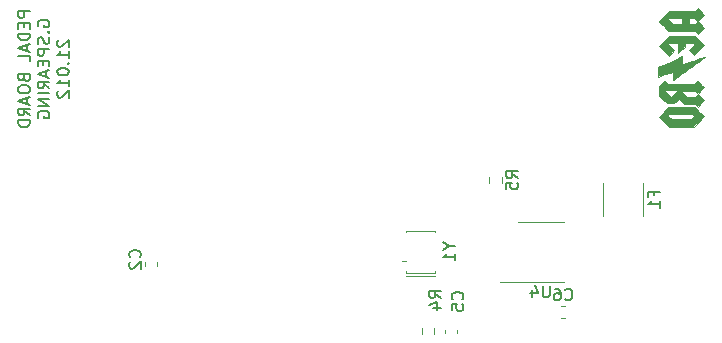
<source format=gbr>
%TF.GenerationSoftware,KiCad,Pcbnew,5.1.7-a382d34a8~88~ubuntu18.04.1*%
%TF.CreationDate,2021-02-25T09:45:04-05:00*%
%TF.ProjectId,PedalBaord,50656461-6c42-4616-9f72-642e6b696361,rev?*%
%TF.SameCoordinates,Original*%
%TF.FileFunction,Legend,Bot*%
%TF.FilePolarity,Positive*%
%FSLAX46Y46*%
G04 Gerber Fmt 4.6, Leading zero omitted, Abs format (unit mm)*
G04 Created by KiCad (PCBNEW 5.1.7-a382d34a8~88~ubuntu18.04.1) date 2021-02-25 09:45:04*
%MOMM*%
%LPD*%
G01*
G04 APERTURE LIST*
%ADD10C,0.150000*%
%ADD11C,0.010000*%
%ADD12C,0.120000*%
G04 APERTURE END LIST*
D10*
X104085380Y-52015047D02*
X103085380Y-52015047D01*
X103085380Y-52396000D01*
X103133000Y-52491238D01*
X103180619Y-52538857D01*
X103275857Y-52586476D01*
X103418714Y-52586476D01*
X103513952Y-52538857D01*
X103561571Y-52491238D01*
X103609190Y-52396000D01*
X103609190Y-52015047D01*
X103561571Y-53015047D02*
X103561571Y-53348380D01*
X104085380Y-53491238D02*
X104085380Y-53015047D01*
X103085380Y-53015047D01*
X103085380Y-53491238D01*
X104085380Y-53919809D02*
X103085380Y-53919809D01*
X103085380Y-54157904D01*
X103133000Y-54300761D01*
X103228238Y-54396000D01*
X103323476Y-54443619D01*
X103513952Y-54491238D01*
X103656809Y-54491238D01*
X103847285Y-54443619D01*
X103942523Y-54396000D01*
X104037761Y-54300761D01*
X104085380Y-54157904D01*
X104085380Y-53919809D01*
X103799666Y-54872190D02*
X103799666Y-55348380D01*
X104085380Y-54776952D02*
X103085380Y-55110285D01*
X104085380Y-55443619D01*
X104085380Y-56253142D02*
X104085380Y-55776952D01*
X103085380Y-55776952D01*
X103561571Y-57681714D02*
X103609190Y-57824571D01*
X103656809Y-57872190D01*
X103752047Y-57919809D01*
X103894904Y-57919809D01*
X103990142Y-57872190D01*
X104037761Y-57824571D01*
X104085380Y-57729333D01*
X104085380Y-57348380D01*
X103085380Y-57348380D01*
X103085380Y-57681714D01*
X103133000Y-57776952D01*
X103180619Y-57824571D01*
X103275857Y-57872190D01*
X103371095Y-57872190D01*
X103466333Y-57824571D01*
X103513952Y-57776952D01*
X103561571Y-57681714D01*
X103561571Y-57348380D01*
X103085380Y-58538857D02*
X103085380Y-58729333D01*
X103133000Y-58824571D01*
X103228238Y-58919809D01*
X103418714Y-58967428D01*
X103752047Y-58967428D01*
X103942523Y-58919809D01*
X104037761Y-58824571D01*
X104085380Y-58729333D01*
X104085380Y-58538857D01*
X104037761Y-58443619D01*
X103942523Y-58348380D01*
X103752047Y-58300761D01*
X103418714Y-58300761D01*
X103228238Y-58348380D01*
X103133000Y-58443619D01*
X103085380Y-58538857D01*
X103799666Y-59348380D02*
X103799666Y-59824571D01*
X104085380Y-59253142D02*
X103085380Y-59586476D01*
X104085380Y-59919809D01*
X104085380Y-60824571D02*
X103609190Y-60491238D01*
X104085380Y-60253142D02*
X103085380Y-60253142D01*
X103085380Y-60634095D01*
X103133000Y-60729333D01*
X103180619Y-60776952D01*
X103275857Y-60824571D01*
X103418714Y-60824571D01*
X103513952Y-60776952D01*
X103561571Y-60729333D01*
X103609190Y-60634095D01*
X103609190Y-60253142D01*
X104085380Y-61253142D02*
X103085380Y-61253142D01*
X103085380Y-61491238D01*
X103133000Y-61634095D01*
X103228238Y-61729333D01*
X103323476Y-61776952D01*
X103513952Y-61824571D01*
X103656809Y-61824571D01*
X103847285Y-61776952D01*
X103942523Y-61729333D01*
X104037761Y-61634095D01*
X104085380Y-61491238D01*
X104085380Y-61253142D01*
X104783000Y-53300761D02*
X104735380Y-53205523D01*
X104735380Y-53062666D01*
X104783000Y-52919809D01*
X104878238Y-52824571D01*
X104973476Y-52776952D01*
X105163952Y-52729333D01*
X105306809Y-52729333D01*
X105497285Y-52776952D01*
X105592523Y-52824571D01*
X105687761Y-52919809D01*
X105735380Y-53062666D01*
X105735380Y-53157904D01*
X105687761Y-53300761D01*
X105640142Y-53348380D01*
X105306809Y-53348380D01*
X105306809Y-53157904D01*
X105640142Y-53776952D02*
X105687761Y-53824571D01*
X105735380Y-53776952D01*
X105687761Y-53729333D01*
X105640142Y-53776952D01*
X105735380Y-53776952D01*
X105687761Y-54205523D02*
X105735380Y-54348380D01*
X105735380Y-54586476D01*
X105687761Y-54681714D01*
X105640142Y-54729333D01*
X105544904Y-54776952D01*
X105449666Y-54776952D01*
X105354428Y-54729333D01*
X105306809Y-54681714D01*
X105259190Y-54586476D01*
X105211571Y-54396000D01*
X105163952Y-54300761D01*
X105116333Y-54253142D01*
X105021095Y-54205523D01*
X104925857Y-54205523D01*
X104830619Y-54253142D01*
X104783000Y-54300761D01*
X104735380Y-54396000D01*
X104735380Y-54634095D01*
X104783000Y-54776952D01*
X105735380Y-55205523D02*
X104735380Y-55205523D01*
X104735380Y-55586476D01*
X104783000Y-55681714D01*
X104830619Y-55729333D01*
X104925857Y-55776952D01*
X105068714Y-55776952D01*
X105163952Y-55729333D01*
X105211571Y-55681714D01*
X105259190Y-55586476D01*
X105259190Y-55205523D01*
X105211571Y-56205523D02*
X105211571Y-56538857D01*
X105735380Y-56681714D02*
X105735380Y-56205523D01*
X104735380Y-56205523D01*
X104735380Y-56681714D01*
X105449666Y-57062666D02*
X105449666Y-57538857D01*
X105735380Y-56967428D02*
X104735380Y-57300761D01*
X105735380Y-57634095D01*
X105735380Y-58538857D02*
X105259190Y-58205523D01*
X105735380Y-57967428D02*
X104735380Y-57967428D01*
X104735380Y-58348380D01*
X104783000Y-58443619D01*
X104830619Y-58491238D01*
X104925857Y-58538857D01*
X105068714Y-58538857D01*
X105163952Y-58491238D01*
X105211571Y-58443619D01*
X105259190Y-58348380D01*
X105259190Y-57967428D01*
X105735380Y-58967428D02*
X104735380Y-58967428D01*
X105735380Y-59443619D02*
X104735380Y-59443619D01*
X105735380Y-60015047D01*
X104735380Y-60015047D01*
X104783000Y-61015047D02*
X104735380Y-60919809D01*
X104735380Y-60776952D01*
X104783000Y-60634095D01*
X104878238Y-60538857D01*
X104973476Y-60491238D01*
X105163952Y-60443619D01*
X105306809Y-60443619D01*
X105497285Y-60491238D01*
X105592523Y-60538857D01*
X105687761Y-60634095D01*
X105735380Y-60776952D01*
X105735380Y-60872190D01*
X105687761Y-61015047D01*
X105640142Y-61062666D01*
X105306809Y-61062666D01*
X105306809Y-60872190D01*
X106480619Y-54467428D02*
X106433000Y-54515047D01*
X106385380Y-54610285D01*
X106385380Y-54848380D01*
X106433000Y-54943619D01*
X106480619Y-54991238D01*
X106575857Y-55038857D01*
X106671095Y-55038857D01*
X106813952Y-54991238D01*
X107385380Y-54419809D01*
X107385380Y-55038857D01*
X107385380Y-55991238D02*
X107385380Y-55419809D01*
X107385380Y-55705523D02*
X106385380Y-55705523D01*
X106528238Y-55610285D01*
X106623476Y-55515047D01*
X106671095Y-55419809D01*
X107290142Y-56419809D02*
X107337761Y-56467428D01*
X107385380Y-56419809D01*
X107337761Y-56372190D01*
X107290142Y-56419809D01*
X107385380Y-56419809D01*
X106385380Y-57086476D02*
X106385380Y-57181714D01*
X106433000Y-57276952D01*
X106480619Y-57324571D01*
X106575857Y-57372190D01*
X106766333Y-57419809D01*
X107004428Y-57419809D01*
X107194904Y-57372190D01*
X107290142Y-57324571D01*
X107337761Y-57276952D01*
X107385380Y-57181714D01*
X107385380Y-57086476D01*
X107337761Y-56991238D01*
X107290142Y-56943619D01*
X107194904Y-56896000D01*
X107004428Y-56848380D01*
X106766333Y-56848380D01*
X106575857Y-56896000D01*
X106480619Y-56943619D01*
X106433000Y-56991238D01*
X106385380Y-57086476D01*
X107385380Y-58372190D02*
X107385380Y-57800761D01*
X107385380Y-58086476D02*
X106385380Y-58086476D01*
X106528238Y-57991238D01*
X106623476Y-57896000D01*
X106671095Y-57800761D01*
X106480619Y-58753142D02*
X106433000Y-58800761D01*
X106385380Y-58896000D01*
X106385380Y-59134095D01*
X106433000Y-59229333D01*
X106480619Y-59276952D01*
X106575857Y-59324571D01*
X106671095Y-59324571D01*
X106813952Y-59276952D01*
X107385380Y-58705523D01*
X107385380Y-59324571D01*
D11*
%TO.C,G\u002A\u002A\u002A*%
G36*
X157754976Y-61359646D02*
G01*
X158173936Y-61779092D01*
X160272130Y-61779092D01*
X161145556Y-60904758D01*
X160754968Y-60514677D01*
X160364381Y-60124597D01*
X160176240Y-60124597D01*
X160176240Y-60707166D01*
X160253422Y-60781973D01*
X160330604Y-60856781D01*
X160173597Y-61015001D01*
X160016589Y-61173221D01*
X158453181Y-61173221D01*
X158221027Y-60940193D01*
X157988874Y-60707166D01*
X160176240Y-60707166D01*
X160176240Y-60124597D01*
X158150620Y-60124597D01*
X157743318Y-60532398D01*
X157336015Y-60940200D01*
X157754976Y-61359646D01*
G37*
X157754976Y-61359646D02*
X158173936Y-61779092D01*
X160272130Y-61779092D01*
X161145556Y-60904758D01*
X160754968Y-60514677D01*
X160364381Y-60124597D01*
X160176240Y-60124597D01*
X160176240Y-60707166D01*
X160253422Y-60781973D01*
X160330604Y-60856781D01*
X160173597Y-61015001D01*
X160016589Y-61173221D01*
X158453181Y-61173221D01*
X158221027Y-60940193D01*
X157988874Y-60707166D01*
X160176240Y-60707166D01*
X160176240Y-60124597D01*
X158150620Y-60124597D01*
X157743318Y-60532398D01*
X157336015Y-60940200D01*
X157754976Y-61359646D01*
G36*
X158011886Y-59821661D02*
G01*
X158616252Y-59821661D01*
X159024998Y-59414809D01*
X159240974Y-59629886D01*
X159456949Y-59844964D01*
X160363415Y-59844964D01*
X160486826Y-59966841D01*
X160610236Y-60088719D01*
X160878008Y-59820947D01*
X161145779Y-59553175D01*
X160621211Y-59030465D01*
X160364881Y-59260377D01*
X160061547Y-59261386D01*
X159758214Y-59262395D01*
X159502679Y-59006065D01*
X159247143Y-58749734D01*
X160389935Y-58749734D01*
X160504951Y-58866505D01*
X160619966Y-58983276D01*
X160882744Y-58721243D01*
X160971933Y-58631409D01*
X161048151Y-58552925D01*
X161105811Y-58491682D01*
X161139323Y-58453576D01*
X161145523Y-58444144D01*
X161129520Y-58423733D01*
X161085324Y-58377141D01*
X161018657Y-58310156D01*
X160935241Y-58228566D01*
X160878528Y-58174051D01*
X160611533Y-57919023D01*
X160489003Y-58043094D01*
X160366473Y-58167166D01*
X158943184Y-58167166D01*
X158943184Y-58703129D01*
X158646188Y-59000125D01*
X158349193Y-59297121D01*
X157755201Y-58703129D01*
X158943184Y-58703129D01*
X158943184Y-58167166D01*
X158082562Y-58167166D01*
X157947749Y-58033759D01*
X157812935Y-57900352D01*
X157580055Y-58132358D01*
X157347174Y-58364365D01*
X157347174Y-59158135D01*
X158011886Y-59821661D01*
G37*
X158011886Y-59821661D02*
X158616252Y-59821661D01*
X159024998Y-59414809D01*
X159240974Y-59629886D01*
X159456949Y-59844964D01*
X160363415Y-59844964D01*
X160486826Y-59966841D01*
X160610236Y-60088719D01*
X160878008Y-59820947D01*
X161145779Y-59553175D01*
X160621211Y-59030465D01*
X160364881Y-59260377D01*
X160061547Y-59261386D01*
X159758214Y-59262395D01*
X159502679Y-59006065D01*
X159247143Y-58749734D01*
X160389935Y-58749734D01*
X160504951Y-58866505D01*
X160619966Y-58983276D01*
X160882744Y-58721243D01*
X160971933Y-58631409D01*
X161048151Y-58552925D01*
X161105811Y-58491682D01*
X161139323Y-58453576D01*
X161145523Y-58444144D01*
X161129520Y-58423733D01*
X161085324Y-58377141D01*
X161018657Y-58310156D01*
X160935241Y-58228566D01*
X160878528Y-58174051D01*
X160611533Y-57919023D01*
X160489003Y-58043094D01*
X160366473Y-58167166D01*
X158943184Y-58167166D01*
X158943184Y-58703129D01*
X158646188Y-59000125D01*
X158349193Y-59297121D01*
X157755201Y-58703129D01*
X158943184Y-58703129D01*
X158943184Y-58167166D01*
X158082562Y-58167166D01*
X157947749Y-58033759D01*
X157812935Y-57900352D01*
X157580055Y-58132358D01*
X157347174Y-58364365D01*
X157347174Y-59158135D01*
X158011886Y-59821661D01*
G36*
X157783140Y-55352392D02*
G01*
X158209151Y-55777937D01*
X158430719Y-55557290D01*
X158652287Y-55336644D01*
X158011927Y-54695056D01*
X158980316Y-54695056D01*
X158966716Y-55579992D01*
X159252174Y-55295167D01*
X159537633Y-55010342D01*
X159537633Y-54695056D01*
X160211041Y-54695056D01*
X160274396Y-54778118D01*
X160337750Y-54861180D01*
X159864112Y-55336436D01*
X160284556Y-55756880D01*
X160715039Y-55324224D01*
X160830280Y-55207994D01*
X160933877Y-55102725D01*
X161021512Y-55012870D01*
X161088866Y-54942880D01*
X161131621Y-54897208D01*
X161145523Y-54880432D01*
X161129751Y-54861509D01*
X161085522Y-54814519D01*
X161017462Y-54744219D01*
X160930199Y-54655367D01*
X160828361Y-54552720D01*
X160766596Y-54490892D01*
X160387669Y-54112487D01*
X158176062Y-54112487D01*
X157766596Y-54519667D01*
X157357129Y-54926848D01*
X157783140Y-55352392D01*
G37*
X157783140Y-55352392D02*
X158209151Y-55777937D01*
X158430719Y-55557290D01*
X158652287Y-55336644D01*
X158011927Y-54695056D01*
X158980316Y-54695056D01*
X158966716Y-55579992D01*
X159252174Y-55295167D01*
X159537633Y-55010342D01*
X159537633Y-54695056D01*
X160211041Y-54695056D01*
X160274396Y-54778118D01*
X160337750Y-54861180D01*
X159864112Y-55336436D01*
X160284556Y-55756880D01*
X160715039Y-55324224D01*
X160830280Y-55207994D01*
X160933877Y-55102725D01*
X161021512Y-55012870D01*
X161088866Y-54942880D01*
X161131621Y-54897208D01*
X161145523Y-54880432D01*
X161129751Y-54861509D01*
X161085522Y-54814519D01*
X161017462Y-54744219D01*
X160930199Y-54655367D01*
X160828361Y-54552720D01*
X160766596Y-54490892D01*
X160387669Y-54112487D01*
X158176062Y-54112487D01*
X157766596Y-54519667D01*
X157357129Y-54926848D01*
X157783140Y-55352392D01*
G36*
X157749377Y-53291302D02*
G01*
X158151605Y-53693037D01*
X160363415Y-53693037D01*
X160486826Y-53814915D01*
X160610236Y-53936792D01*
X160878008Y-53669020D01*
X161145779Y-53401248D01*
X160609979Y-52866968D01*
X160363415Y-53110468D01*
X159887174Y-53110468D01*
X159887174Y-52597808D01*
X160363415Y-52597808D01*
X160486826Y-52719685D01*
X160610236Y-52841563D01*
X160878008Y-52573791D01*
X161145779Y-52306019D01*
X160609979Y-51771739D01*
X160363415Y-52015239D01*
X159281303Y-52015239D01*
X159281303Y-52597808D01*
X159281303Y-53110468D01*
X158522668Y-53110468D01*
X158255334Y-52855319D01*
X157988000Y-52600169D01*
X158634651Y-52598989D01*
X159281303Y-52597808D01*
X159281303Y-52015239D01*
X158220567Y-52015239D01*
X157783858Y-52452403D01*
X157347149Y-52889566D01*
X157749377Y-53291302D01*
G37*
X157749377Y-53291302D02*
X158151605Y-53693037D01*
X160363415Y-53693037D01*
X160486826Y-53814915D01*
X160610236Y-53936792D01*
X160878008Y-53669020D01*
X161145779Y-53401248D01*
X160609979Y-52866968D01*
X160363415Y-53110468D01*
X159887174Y-53110468D01*
X159887174Y-52597808D01*
X160363415Y-52597808D01*
X160486826Y-52719685D01*
X160610236Y-52841563D01*
X160878008Y-52573791D01*
X161145779Y-52306019D01*
X160609979Y-51771739D01*
X160363415Y-52015239D01*
X159281303Y-52015239D01*
X159281303Y-52597808D01*
X159281303Y-53110468D01*
X158522668Y-53110468D01*
X158255334Y-52855319D01*
X157988000Y-52600169D01*
X158634651Y-52598989D01*
X159281303Y-52597808D01*
X159281303Y-52015239D01*
X158220567Y-52015239D01*
X157783858Y-52452403D01*
X157347149Y-52889566D01*
X157749377Y-53291302D01*
G36*
X157883138Y-57363221D02*
G01*
X158535615Y-57123968D01*
X158535615Y-57486059D01*
X158535894Y-57622644D01*
X158537236Y-57718683D01*
X158540399Y-57780233D01*
X158546143Y-57813352D01*
X158555225Y-57824098D01*
X158568403Y-57818529D01*
X158576394Y-57811850D01*
X158600919Y-57793199D01*
X158659574Y-57750096D01*
X158748611Y-57685240D01*
X158864280Y-57601330D01*
X159002830Y-57501061D01*
X159160511Y-57387134D01*
X159333575Y-57262246D01*
X159518270Y-57129094D01*
X159710846Y-56990378D01*
X159907555Y-56848794D01*
X160104645Y-56707041D01*
X160298368Y-56567817D01*
X160484972Y-56433820D01*
X160660708Y-56307748D01*
X160821827Y-56192299D01*
X160964578Y-56090170D01*
X161085211Y-56004061D01*
X161179976Y-55936669D01*
X161245123Y-55890691D01*
X161276903Y-55868827D01*
X161277655Y-55868348D01*
X161265273Y-55870188D01*
X161213011Y-55886017D01*
X161124990Y-55914459D01*
X161005330Y-55954138D01*
X160858151Y-56003676D01*
X160687575Y-56061698D01*
X160497720Y-56126827D01*
X160318454Y-56188761D01*
X160112915Y-56259951D01*
X159921314Y-56326228D01*
X159748054Y-56386075D01*
X159597540Y-56437976D01*
X159474175Y-56480411D01*
X159382363Y-56511865D01*
X159326509Y-56530820D01*
X159310610Y-56535973D01*
X159308511Y-56514019D01*
X159306732Y-56453553D01*
X159305414Y-56362667D01*
X159304696Y-56249455D01*
X159304605Y-56189675D01*
X159304605Y-55843378D01*
X158716211Y-56103646D01*
X158530004Y-56185932D01*
X158328723Y-56274743D01*
X158125005Y-56364512D01*
X157931484Y-56449673D01*
X157760798Y-56524661D01*
X157679238Y-56560424D01*
X157230661Y-56756934D01*
X157230661Y-57602473D01*
X157883138Y-57363221D01*
G37*
X157883138Y-57363221D02*
X158535615Y-57123968D01*
X158535615Y-57486059D01*
X158535894Y-57622644D01*
X158537236Y-57718683D01*
X158540399Y-57780233D01*
X158546143Y-57813352D01*
X158555225Y-57824098D01*
X158568403Y-57818529D01*
X158576394Y-57811850D01*
X158600919Y-57793199D01*
X158659574Y-57750096D01*
X158748611Y-57685240D01*
X158864280Y-57601330D01*
X159002830Y-57501061D01*
X159160511Y-57387134D01*
X159333575Y-57262246D01*
X159518270Y-57129094D01*
X159710846Y-56990378D01*
X159907555Y-56848794D01*
X160104645Y-56707041D01*
X160298368Y-56567817D01*
X160484972Y-56433820D01*
X160660708Y-56307748D01*
X160821827Y-56192299D01*
X160964578Y-56090170D01*
X161085211Y-56004061D01*
X161179976Y-55936669D01*
X161245123Y-55890691D01*
X161276903Y-55868827D01*
X161277655Y-55868348D01*
X161265273Y-55870188D01*
X161213011Y-55886017D01*
X161124990Y-55914459D01*
X161005330Y-55954138D01*
X160858151Y-56003676D01*
X160687575Y-56061698D01*
X160497720Y-56126827D01*
X160318454Y-56188761D01*
X160112915Y-56259951D01*
X159921314Y-56326228D01*
X159748054Y-56386075D01*
X159597540Y-56437976D01*
X159474175Y-56480411D01*
X159382363Y-56511865D01*
X159326509Y-56530820D01*
X159310610Y-56535973D01*
X159308511Y-56514019D01*
X159306732Y-56453553D01*
X159305414Y-56362667D01*
X159304696Y-56249455D01*
X159304605Y-56189675D01*
X159304605Y-55843378D01*
X158716211Y-56103646D01*
X158530004Y-56185932D01*
X158328723Y-56274743D01*
X158125005Y-56364512D01*
X157931484Y-56449673D01*
X157760798Y-56524661D01*
X157679238Y-56560424D01*
X157230661Y-56756934D01*
X157230661Y-57602473D01*
X157883138Y-57363221D01*
D12*
%TO.C,Y1*%
X138360000Y-70590000D02*
X136360000Y-70590000D01*
X136360000Y-74190000D02*
X138360000Y-74190000D01*
X135960000Y-73140000D02*
X135560000Y-73140000D01*
X138360000Y-74390000D02*
X136360000Y-74390000D01*
X136360000Y-70590000D02*
X135960000Y-70590000D01*
X136360000Y-74190000D02*
X135960000Y-74190000D01*
X136360000Y-74390000D02*
X135960000Y-74390000D01*
X138360000Y-74190000D02*
X138360000Y-74040000D01*
X135960000Y-74190000D02*
X135960000Y-74040000D01*
X135960000Y-73140000D02*
X135960000Y-73190000D01*
X135960000Y-70590000D02*
X135960000Y-70740000D01*
X138360000Y-70590000D02*
X138360000Y-70740000D01*
%TO.C,U4*%
X147320000Y-69830000D02*
X149270000Y-69830000D01*
X147320000Y-69830000D02*
X145370000Y-69830000D01*
X147320000Y-74950000D02*
X149270000Y-74950000D01*
X147320000Y-74950000D02*
X143870000Y-74950000D01*
%TO.C,R5*%
X144032500Y-66572224D02*
X144032500Y-66062776D01*
X142987500Y-66572224D02*
X142987500Y-66062776D01*
%TO.C,R4*%
X138317500Y-79352224D02*
X138317500Y-78842776D01*
X137272500Y-79352224D02*
X137272500Y-78842776D01*
%TO.C,F1*%
X156015000Y-69331252D02*
X156015000Y-66558748D01*
X152595000Y-69331252D02*
X152595000Y-66558748D01*
%TO.C,C6*%
X149371267Y-76960000D02*
X149078733Y-76960000D01*
X149371267Y-77980000D02*
X149078733Y-77980000D01*
%TO.C,C5*%
X140210000Y-79293767D02*
X140210000Y-79001233D01*
X139190000Y-79293767D02*
X139190000Y-79001233D01*
%TO.C,C2*%
X114810000Y-73578767D02*
X114810000Y-73286233D01*
X113790000Y-73578767D02*
X113790000Y-73286233D01*
%TO.C,Y1*%
D10*
X139586190Y-71913809D02*
X140062380Y-71913809D01*
X139062380Y-71580476D02*
X139586190Y-71913809D01*
X139062380Y-72247142D01*
X140062380Y-73104285D02*
X140062380Y-72532857D01*
X140062380Y-72818571D02*
X139062380Y-72818571D01*
X139205238Y-72723333D01*
X139300476Y-72628095D01*
X139348095Y-72532857D01*
%TO.C,U4*%
X148081904Y-75242380D02*
X148081904Y-76051904D01*
X148034285Y-76147142D01*
X147986666Y-76194761D01*
X147891428Y-76242380D01*
X147700952Y-76242380D01*
X147605714Y-76194761D01*
X147558095Y-76147142D01*
X147510476Y-76051904D01*
X147510476Y-75242380D01*
X146605714Y-75575714D02*
X146605714Y-76242380D01*
X146843809Y-75194761D02*
X147081904Y-75909047D01*
X146462857Y-75909047D01*
%TO.C,R5*%
X145392380Y-66150833D02*
X144916190Y-65817500D01*
X145392380Y-65579404D02*
X144392380Y-65579404D01*
X144392380Y-65960357D01*
X144440000Y-66055595D01*
X144487619Y-66103214D01*
X144582857Y-66150833D01*
X144725714Y-66150833D01*
X144820952Y-66103214D01*
X144868571Y-66055595D01*
X144916190Y-65960357D01*
X144916190Y-65579404D01*
X144392380Y-67055595D02*
X144392380Y-66579404D01*
X144868571Y-66531785D01*
X144820952Y-66579404D01*
X144773333Y-66674642D01*
X144773333Y-66912738D01*
X144820952Y-67007976D01*
X144868571Y-67055595D01*
X144963809Y-67103214D01*
X145201904Y-67103214D01*
X145297142Y-67055595D01*
X145344761Y-67007976D01*
X145392380Y-66912738D01*
X145392380Y-66674642D01*
X145344761Y-66579404D01*
X145297142Y-66531785D01*
%TO.C,R4*%
X138882380Y-76287333D02*
X138406190Y-75954000D01*
X138882380Y-75715904D02*
X137882380Y-75715904D01*
X137882380Y-76096857D01*
X137930000Y-76192095D01*
X137977619Y-76239714D01*
X138072857Y-76287333D01*
X138215714Y-76287333D01*
X138310952Y-76239714D01*
X138358571Y-76192095D01*
X138406190Y-76096857D01*
X138406190Y-75715904D01*
X138215714Y-77144476D02*
X138882380Y-77144476D01*
X137834761Y-76906380D02*
X138549047Y-76668285D01*
X138549047Y-77287333D01*
%TO.C,F1*%
X156883571Y-67611666D02*
X156883571Y-67278333D01*
X157407380Y-67278333D02*
X156407380Y-67278333D01*
X156407380Y-67754523D01*
X157407380Y-68659285D02*
X157407380Y-68087857D01*
X157407380Y-68373571D02*
X156407380Y-68373571D01*
X156550238Y-68278333D01*
X156645476Y-68183095D01*
X156693095Y-68087857D01*
%TO.C,C6*%
X149391666Y-76397142D02*
X149439285Y-76444761D01*
X149582142Y-76492380D01*
X149677380Y-76492380D01*
X149820238Y-76444761D01*
X149915476Y-76349523D01*
X149963095Y-76254285D01*
X150010714Y-76063809D01*
X150010714Y-75920952D01*
X149963095Y-75730476D01*
X149915476Y-75635238D01*
X149820238Y-75540000D01*
X149677380Y-75492380D01*
X149582142Y-75492380D01*
X149439285Y-75540000D01*
X149391666Y-75587619D01*
X148534523Y-75492380D02*
X148725000Y-75492380D01*
X148820238Y-75540000D01*
X148867857Y-75587619D01*
X148963095Y-75730476D01*
X149010714Y-75920952D01*
X149010714Y-76301904D01*
X148963095Y-76397142D01*
X148915476Y-76444761D01*
X148820238Y-76492380D01*
X148629761Y-76492380D01*
X148534523Y-76444761D01*
X148486904Y-76397142D01*
X148439285Y-76301904D01*
X148439285Y-76063809D01*
X148486904Y-75968571D01*
X148534523Y-75920952D01*
X148629761Y-75873333D01*
X148820238Y-75873333D01*
X148915476Y-75920952D01*
X148963095Y-75968571D01*
X149010714Y-76063809D01*
%TO.C,C5*%
X140692142Y-76414333D02*
X140739761Y-76366714D01*
X140787380Y-76223857D01*
X140787380Y-76128619D01*
X140739761Y-75985761D01*
X140644523Y-75890523D01*
X140549285Y-75842904D01*
X140358809Y-75795285D01*
X140215952Y-75795285D01*
X140025476Y-75842904D01*
X139930238Y-75890523D01*
X139835000Y-75985761D01*
X139787380Y-76128619D01*
X139787380Y-76223857D01*
X139835000Y-76366714D01*
X139882619Y-76414333D01*
X139787380Y-77319095D02*
X139787380Y-76842904D01*
X140263571Y-76795285D01*
X140215952Y-76842904D01*
X140168333Y-76938142D01*
X140168333Y-77176238D01*
X140215952Y-77271476D01*
X140263571Y-77319095D01*
X140358809Y-77366714D01*
X140596904Y-77366714D01*
X140692142Y-77319095D01*
X140739761Y-77271476D01*
X140787380Y-77176238D01*
X140787380Y-76938142D01*
X140739761Y-76842904D01*
X140692142Y-76795285D01*
%TO.C,C2*%
X113387142Y-72858333D02*
X113434761Y-72810714D01*
X113482380Y-72667857D01*
X113482380Y-72572619D01*
X113434761Y-72429761D01*
X113339523Y-72334523D01*
X113244285Y-72286904D01*
X113053809Y-72239285D01*
X112910952Y-72239285D01*
X112720476Y-72286904D01*
X112625238Y-72334523D01*
X112530000Y-72429761D01*
X112482380Y-72572619D01*
X112482380Y-72667857D01*
X112530000Y-72810714D01*
X112577619Y-72858333D01*
X112577619Y-73239285D02*
X112530000Y-73286904D01*
X112482380Y-73382142D01*
X112482380Y-73620238D01*
X112530000Y-73715476D01*
X112577619Y-73763095D01*
X112672857Y-73810714D01*
X112768095Y-73810714D01*
X112910952Y-73763095D01*
X113482380Y-73191666D01*
X113482380Y-73810714D01*
%TD*%
M02*

</source>
